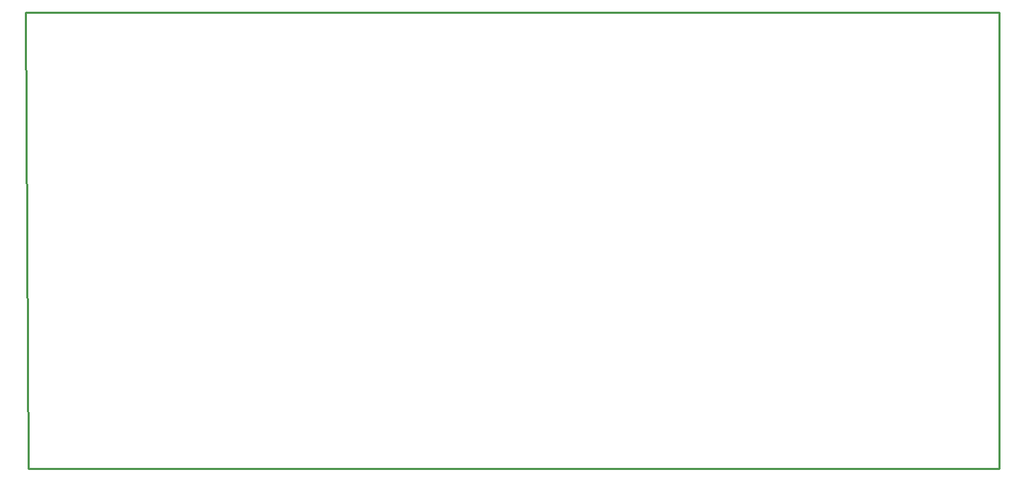
<source format=gko>
G04 Layer: BoardOutline*
G04 EasyEDA v6.4.16, 2021-07-30T14:07:32--5:00*
G04 5f12effaa85148b9a48170333d93dde8,a06e18dc318348aaad0c553491c65e39,10*
G04 Gerber Generator version 0.2*
G04 Scale: 100 percent, Rotated: No, Reflected: No *
G04 Dimensions in inches *
G04 leading zeros omitted , absolute positions ,3 integer and 6 decimal *
%FSLAX36Y36*%
%MOIN*%

%ADD10C,0.0100*%
D10*
X305000Y3110000D02*
G01*
X5000000Y3110000D01*
X5000000Y905000D01*
X315000Y905000D01*
X300000Y3110000D01*

%LPD*%
M02*

</source>
